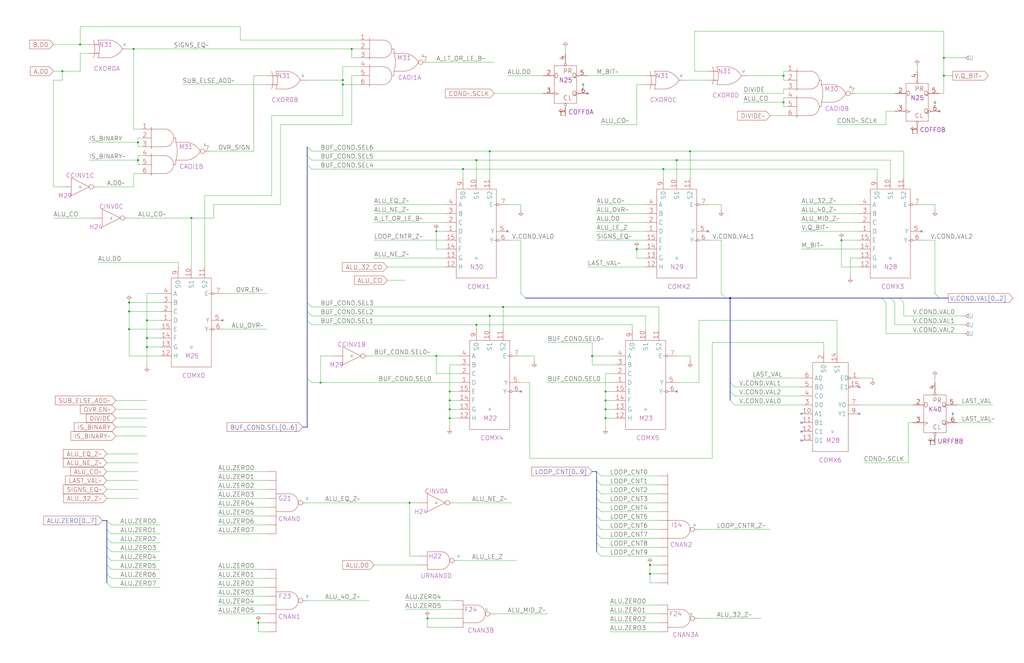
<source format=kicad_sch>
(kicad_sch (version 20220404) (generator eeschema)
  (paper "User" 584.2 378.46)
  (title_block (title "CONDITION LOGIC") (date "22-MAR-90") (rev "1.0") (comment 1 "VALUE") (comment 2 "232-003063") (comment 3 "S400") (comment 4 "RELEASED"))
  (junction (at 243.84 353.06))
  (junction (at 256.54 228.6))
  (junction (at 363.22 142.24))
  (junction (at 83.82 198.12))
  (junction (at 147.32 355.6))
  (junction (at 73.66 172.72))
  (junction (at 35.56 40.64))
  (junction (at 182.88 218.44))
  (junction (at 73.66 177.8))
  (junction (at 538.48 43.18))
  (junction (at 256.54 233.68))
  (junction (at 78.74 81.28))
  (junction (at 233.68 287.02))
  (junction (at 195.58 45.72))
  (junction (at 393.7 86.36))
  (junction (at 76.2 27.94))
  (junction (at 337.82 203.2))
  (junction (at 271.78 91.44))
  (junction (at 264.16 96.52))
  (junction (at 345.44 228.6))
  (junction (at 78.74 91.44))
  (junction (at 345.44 223.52))
  (junction (at 480.06 137.16))
  (junction (at 109.22 124.46))
  (junction (at 83.82 182.88))
  (junction (at 447.04 58.42))
  (junction (at 256.54 238.76))
  (junction (at 378.46 96.52))
  (junction (at 279.4 86.36))
  (junction (at 370.84 327.66))
  (junction (at 279.4 180.34))
  (junction (at 416.56 170.18))
  (junction (at 83.82 193.04))
  (junction (at 45.72 25.4))
  (junction (at 386.08 91.44))
  (junction (at 370.84 322.58))
  (junction (at 248.92 203.2))
  (junction (at 287.02 175.26))
  (junction (at 256.54 223.52))
  (junction (at 200.66 27.94))
  (junction (at 73.66 187.96))
  (junction (at 271.78 185.42))
  (junction (at 345.44 238.76))
  (junction (at 447.04 43.18))
  (junction (at 538.48 33.02))
  (junction (at 345.44 233.68))
  (junction (at 248.92 132.08))
  (junction (at 195.58 48.26))
  (no_connect (at 525.78 132.08))
  (no_connect (at 335.28 53.34))
  (no_connect (at 297.18 223.52))
  (no_connect (at 386.08 223.52))
  (no_connect (at 490.22 220.98))
  (no_connect (at 457.2 241.3))
  (no_connect (at 490.22 236.22))
  (no_connect (at 457.2 251.46))
  (no_connect (at 289.56 132.08))
  (no_connect (at 457.2 236.22))
  (no_connect (at 457.2 246.38))
  (no_connect (at 127 182.88))
  (no_connect (at 535.94 63.5))
  (no_connect (at 403.86 132.08))
  (bus_entry (at 175.26 93.98) (size 2.54 2.54))
  (bus_entry (at 340.36 309.88) (size 2.54 2.54))
  (bus_entry (at 340.36 314.96) (size 2.54 2.54))
  (bus_entry (at 60.96 302.26) (size 2.54 2.54))
  (bus_entry (at 508 170.18) (size 2.54 2.54))
  (bus_entry (at 175.26 83.82) (size 2.54 2.54))
  (bus_entry (at 175.26 177.8) (size 2.54 2.54))
  (bus_entry (at 340.36 269.24) (size 2.54 2.54))
  (bus_entry (at 60.96 317.5) (size 2.54 2.54))
  (bus_entry (at 340.36 304.8) (size 2.54 2.54))
  (bus_entry (at 416.56 223.52) (size 2.54 2.54))
  (bus_entry (at 340.36 289.56) (size 2.54 2.54))
  (bus_entry (at 175.26 172.72) (size 2.54 2.54))
  (bus_entry (at 340.36 279.4) (size 2.54 2.54))
  (bus_entry (at 60.96 312.42) (size 2.54 2.54))
  (bus_entry (at 416.56 218.44) (size 2.54 2.54))
  (bus_entry (at 175.26 215.9) (size 2.54 2.54))
  (bus_entry (at 502.92 170.18) (size 2.54 2.54))
  (bus_entry (at 513.08 170.18) (size 2.54 2.54))
  (bus_entry (at 340.36 294.64) (size 2.54 2.54))
  (bus_entry (at 175.26 182.88) (size 2.54 2.54))
  (bus_entry (at 60.96 327.66) (size 2.54 2.54))
  (bus_entry (at 175.26 88.9) (size 2.54 2.54))
  (bus_entry (at 416.56 228.6) (size 2.54 2.54))
  (bus_entry (at 297.18 167.64) (size 2.54 2.54))
  (bus_entry (at 60.96 322.58) (size 2.54 2.54))
  (bus_entry (at 60.96 332.74) (size 2.54 2.54))
  (bus_entry (at 411.48 167.64) (size 2.54 2.54))
  (bus_entry (at 340.36 284.48) (size 2.54 2.54))
  (bus_entry (at 60.96 307.34) (size 2.54 2.54))
  (bus_entry (at 340.36 299.72) (size 2.54 2.54))
  (bus_entry (at 340.36 274.32) (size 2.54 2.54))
  (bus_entry (at 60.96 297.18) (size 2.54 2.54))
  (bus_entry (at 533.4 167.64) (size 2.54 2.54))
  (wire (pts (xy 302.26 218.44) (xy 302.26 261.62)))
  (wire (pts (xy 426.72 43.18) (xy 447.04 43.18)))
  (wire (pts (xy 76.2 99.06) (xy 81.28 99.06)))
  (wire (pts (xy 487.68 53.34) (xy 510.54 53.34)))
  (wire (pts (xy 200.66 27.94) (xy 205.74 27.94)))
  (wire (pts (xy 398.78 182.88) (xy 477.52 182.88)))
  (wire (pts (xy 109.22 124.46) (xy 73.66 124.46)))
  (wire (pts (xy 30.48 40.64) (xy 35.56 40.64)))
  (wire (pts (xy 480.06 152.4) (xy 480.06 137.16)))
  (wire (pts (xy 256.54 238.76) (xy 261.62 238.76)))
  (wire (pts (xy 182.88 218.44) (xy 261.62 218.44)))
  (wire (pts (xy 154.94 66.04) (xy 195.58 66.04)))
  (wire (pts (xy 548.64 33.02) (xy 538.48 33.02)))
  (bus (pts (xy 60.96 312.42) (xy 60.96 317.5)))
  (wire (pts (xy 256.54 233.68) (xy 256.54 238.76)))
  (wire (pts (xy 312.42 195.58) (xy 337.82 195.58)))
  (wire (pts (xy 447.04 55.88) (xy 449.58 55.88)))
  (wire (pts (xy 368.3 48.26) (xy 363.22 48.26)))
  (wire (pts (xy 297.18 203.2) (xy 304.8 203.2)))
  (wire (pts (xy 337.82 195.58) (xy 337.82 203.2)))
  (wire (pts (xy 447.04 60.96) (xy 447.04 58.42)))
  (wire (pts (xy 342.9 307.34) (xy 375.92 307.34)))
  (bus (pts (xy 60.96 317.5) (xy 60.96 322.58)))
  (wire (pts (xy 182.88 218.44) (xy 182.88 203.2)))
  (wire (pts (xy 457.2 127) (xy 490.22 127)))
  (wire (pts (xy 345.44 228.6) (xy 345.44 233.68)))
  (wire (pts (xy 340.36 116.84) (xy 368.3 116.84)))
  (wire (pts (xy 271.78 185.42) (xy 360.68 185.42)))
  (wire (pts (xy 406.4 261.62) (xy 406.4 195.58)))
  (wire (pts (xy 91.44 203.2) (xy 73.66 203.2)))
  (wire (pts (xy 533.4 119.38) (xy 533.4 116.84)))
  (wire (pts (xy 63.5 299.72) (xy 91.44 299.72)))
  (wire (pts (xy 213.36 121.92) (xy 254 121.92)))
  (wire (pts (xy 76.2 73.66) (xy 76.2 27.94)))
  (wire (pts (xy 205.74 48.26) (xy 195.58 48.26)))
  (wire (pts (xy 490.22 215.9) (xy 497.84 215.9)))
  (wire (pts (xy 73.66 27.94) (xy 76.2 27.94)))
  (wire (pts (xy 378.46 96.52) (xy 500.38 96.52)))
  (wire (pts (xy 363.22 142.24) (xy 368.3 142.24)))
  (wire (pts (xy 477.52 182.88) (xy 477.52 200.66)))
  (bus (pts (xy 340.36 289.56) (xy 340.36 294.64)))
  (wire (pts (xy 213.36 322.58) (xy 238.76 322.58)))
  (wire (pts (xy 342.9 271.78) (xy 375.92 271.78)))
  (bus (pts (xy 416.56 170.18) (xy 416.56 218.44)))
  (wire (pts (xy 289.56 116.84) (xy 297.18 116.84)))
  (wire (pts (xy 533.4 137.16) (xy 533.4 167.64)))
  (wire (pts (xy 548.64 180.34) (xy 515.62 180.34)))
  (wire (pts (xy 271.78 91.44) (xy 271.78 101.6)))
  (wire (pts (xy 78.74 83.82) (xy 78.74 81.28)))
  (wire (pts (xy 500.38 96.52) (xy 500.38 101.6)))
  (wire (pts (xy 411.48 119.38) (xy 411.48 116.84)))
  (wire (pts (xy 457.2 142.24) (xy 490.22 142.24)))
  (bus (pts (xy 60.96 307.34) (xy 60.96 312.42)))
  (wire (pts (xy 200.66 43.18) (xy 200.66 71.12)))
  (wire (pts (xy 546.1 231.14) (xy 566.42 231.14)))
  (wire (pts (xy 347.98 350.52) (xy 375.92 350.52)))
  (wire (pts (xy 342.9 292.1) (xy 375.92 292.1)))
  (wire (pts (xy 243.84 35.56) (xy 281.94 35.56)))
  (wire (pts (xy 386.08 218.44) (xy 398.78 218.44)))
  (wire (pts (xy 127 167.64) (xy 152.4 167.64)))
  (wire (pts (xy 342.9 317.5) (xy 375.92 317.5)))
  (wire (pts (xy 213.36 116.84) (xy 254 116.84)))
  (wire (pts (xy 177.8 218.44) (xy 182.88 218.44)))
  (bus (pts (xy 60.96 322.58) (xy 60.96 327.66)))
  (wire (pts (xy 457.2 132.08) (xy 490.22 132.08)))
  (wire (pts (xy 81.28 83.82) (xy 78.74 83.82)))
  (wire (pts (xy 144.78 43.18) (xy 152.4 43.18)))
  (wire (pts (xy 386.08 91.44) (xy 508 91.44)))
  (wire (pts (xy 256.54 233.68) (xy 261.62 233.68)))
  (wire (pts (xy 177.8 175.26) (xy 287.02 175.26)))
  (wire (pts (xy 342.9 276.86) (xy 375.92 276.86)))
  (wire (pts (xy 492.76 264.16) (xy 518.16 264.16)))
  (wire (pts (xy 281.94 350.52) (xy 312.42 350.52)))
  (wire (pts (xy 485.14 157.48) (xy 485.14 147.32)))
  (wire (pts (xy 73.66 177.8) (xy 91.44 177.8)))
  (wire (pts (xy 340.36 127) (xy 368.3 127)))
  (wire (pts (xy 342.9 281.94) (xy 375.92 281.94)))
  (wire (pts (xy 469.9 195.58) (xy 469.9 200.66)))
  (wire (pts (xy 406.4 195.58) (xy 469.9 195.58)))
  (wire (pts (xy 447.04 53.34) (xy 447.04 50.8)))
  (wire (pts (xy 264.16 96.52) (xy 264.16 101.6)))
  (wire (pts (xy 124.46 335.28) (xy 152.4 335.28)))
  (wire (pts (xy 368.3 180.34) (xy 368.3 187.96)))
  (wire (pts (xy 175.26 45.72) (xy 195.58 45.72)))
  (wire (pts (xy 195.58 45.72) (xy 195.58 38.1)))
  (wire (pts (xy 220.98 160.02) (xy 231.14 160.02)))
  (wire (pts (xy 345.44 228.6) (xy 350.52 228.6)))
  (wire (pts (xy 231.14 347.98) (xy 259.08 347.98)))
  (bus (pts (xy 340.36 309.88) (xy 340.36 314.96)))
  (wire (pts (xy 182.88 203.2) (xy 190.5 203.2)))
  (wire (pts (xy 449.58 60.96) (xy 447.04 60.96)))
  (wire (pts (xy 297.18 218.44) (xy 302.26 218.44)))
  (wire (pts (xy 73.66 203.2) (xy 73.66 187.96)))
  (wire (pts (xy 342.9 302.26) (xy 375.92 302.26)))
  (wire (pts (xy 233.68 317.5) (xy 233.68 287.02)))
  (wire (pts (xy 342.9 287.02) (xy 375.92 287.02)))
  (wire (pts (xy 345.44 233.68) (xy 350.52 233.68)))
  (wire (pts (xy 83.82 198.12) (xy 83.82 208.28)))
  (wire (pts (xy 533.4 215.9) (xy 533.4 218.44)))
  (wire (pts (xy 63.5 309.88) (xy 91.44 309.88)))
  (wire (pts (xy 195.58 38.1) (xy 205.74 38.1)))
  (wire (pts (xy 213.36 147.32) (xy 254 147.32)))
  (wire (pts (xy 124.46 274.32) (xy 152.4 274.32)))
  (wire (pts (xy 375.92 332.74) (xy 370.84 332.74)))
  (wire (pts (xy 177.8 180.34) (xy 279.4 180.34)))
  (bus (pts (xy 340.36 299.72) (xy 340.36 304.8)))
  (wire (pts (xy 119.38 86.36) (xy 144.78 86.36)))
  (wire (pts (xy 386.08 203.2) (xy 393.7 203.2)))
  (wire (pts (xy 398.78 353.06) (xy 434.34 353.06)))
  (wire (pts (xy 83.82 182.88) (xy 83.82 193.04)))
  (wire (pts (xy 439.42 66.04) (xy 449.58 66.04)))
  (wire (pts (xy 63.5 304.8) (xy 91.44 304.8)))
  (wire (pts (xy 60.96 259.08) (xy 78.74 259.08)))
  (wire (pts (xy 175.26 342.9) (xy 210.82 342.9)))
  (wire (pts (xy 104.14 48.26) (xy 152.4 48.26)))
  (wire (pts (xy 35.56 40.64) (xy 35.56 45.72)))
  (wire (pts (xy 345.44 233.68) (xy 345.44 238.76)))
  (bus (pts (xy 416.56 170.18) (xy 502.92 170.18)))
  (wire (pts (xy 248.92 132.08) (xy 254 132.08)))
  (wire (pts (xy 175.26 287.02) (xy 233.68 287.02)))
  (bus (pts (xy 340.36 304.8) (xy 340.36 309.88)))
  (wire (pts (xy 261.62 208.28) (xy 256.54 208.28)))
  (wire (pts (xy 124.46 350.52) (xy 152.4 350.52)))
  (wire (pts (xy 116.84 152.4) (xy 116.84 111.76)))
  (wire (pts (xy 137.16 22.86) (xy 137.16 15.24)))
  (bus (pts (xy 340.36 274.32) (xy 340.36 279.4)))
  (wire (pts (xy 393.7 86.36) (xy 515.62 86.36)))
  (wire (pts (xy 144.78 86.36) (xy 144.78 43.18)))
  (wire (pts (xy 210.82 203.2) (xy 248.92 203.2)))
  (wire (pts (xy 403.86 116.84) (xy 411.48 116.84)))
  (wire (pts (xy 515.62 172.72) (xy 515.62 180.34)))
  (wire (pts (xy 419.1 226.06) (xy 457.2 226.06)))
  (wire (pts (xy 30.48 25.4) (xy 45.72 25.4)))
  (bus (pts (xy 175.26 88.9) (xy 175.26 93.98)))
  (bus (pts (xy 502.92 170.18) (xy 508 170.18)))
  (wire (pts (xy 66.04 248.92) (xy 83.82 248.92)))
  (wire (pts (xy 66.04 233.68) (xy 83.82 233.68)))
  (wire (pts (xy 530.86 254) (xy 533.4 254)))
  (wire (pts (xy 45.72 15.24) (xy 45.72 25.4)))
  (wire (pts (xy 177.8 96.52) (xy 264.16 96.52)))
  (wire (pts (xy 248.92 203.2) (xy 261.62 203.2)))
  (wire (pts (xy 345.44 238.76) (xy 345.44 243.84)))
  (wire (pts (xy 370.84 327.66) (xy 375.92 327.66)))
  (wire (pts (xy 205.74 43.18) (xy 200.66 43.18)))
  (wire (pts (xy 160.02 71.12) (xy 160.02 116.84)))
  (wire (pts (xy 477.52 71.12) (xy 505.46 71.12)))
  (wire (pts (xy 429.26 215.9) (xy 457.2 215.9)))
  (wire (pts (xy 137.16 15.24) (xy 45.72 15.24)))
  (wire (pts (xy 73.66 172.72) (xy 91.44 172.72)))
  (wire (pts (xy 83.82 167.64) (xy 83.82 182.88)))
  (wire (pts (xy 147.32 360.68) (xy 147.32 355.6)))
  (wire (pts (xy 200.66 27.94) (xy 200.66 33.02)))
  (wire (pts (xy 76.2 27.94) (xy 200.66 27.94)))
  (wire (pts (xy 124.46 294.64) (xy 152.4 294.64)))
  (wire (pts (xy 340.36 137.16) (xy 368.3 137.16)))
  (wire (pts (xy 505.46 63.5) (xy 510.54 63.5)))
  (wire (pts (xy 256.54 228.6) (xy 256.54 233.68)))
  (wire (pts (xy 398.78 302.26) (xy 439.42 302.26)))
  (wire (pts (xy 83.82 182.88) (xy 91.44 182.88)))
  (wire (pts (xy 261.62 213.36) (xy 248.92 213.36)))
  (wire (pts (xy 363.22 71.12) (xy 342.9 71.12)))
  (wire (pts (xy 287.02 175.26) (xy 375.92 175.26)))
  (wire (pts (xy 78.74 78.74) (xy 81.28 78.74)))
  (wire (pts (xy 63.5 325.12) (xy 91.44 325.12)))
  (wire (pts (xy 281.94 53.34) (xy 309.88 53.34)))
  (wire (pts (xy 375.92 175.26) (xy 375.92 187.96)))
  (wire (pts (xy 124.46 289.56) (xy 152.4 289.56)))
  (wire (pts (xy 510.54 185.42) (xy 510.54 172.72)))
  (wire (pts (xy 124.46 345.44) (xy 152.4 345.44)))
  (wire (pts (xy 233.68 287.02) (xy 238.76 287.02)))
  (wire (pts (xy 271.78 91.44) (xy 386.08 91.44)))
  (wire (pts (xy 205.74 22.86) (xy 137.16 22.86)))
  (wire (pts (xy 243.84 358.14) (xy 243.84 353.06)))
  (wire (pts (xy 78.74 91.44) (xy 78.74 88.9)))
  (wire (pts (xy 213.36 137.16) (xy 254 137.16)))
  (wire (pts (xy 447.04 58.42) (xy 447.04 55.88)))
  (wire (pts (xy 76.2 106.68) (xy 76.2 99.06)))
  (wire (pts (xy 60.96 284.48) (xy 78.74 284.48)))
  (wire (pts (xy 30.48 106.68) (xy 30.48 45.72)))
  (wire (pts (xy 345.44 238.76) (xy 350.52 238.76)))
  (wire (pts (xy 538.48 33.02) (xy 538.48 43.18)))
  (wire (pts (xy 370.84 327.66) (xy 370.84 322.58)))
  (wire (pts (xy 508 91.44) (xy 508 101.6)))
  (wire (pts (xy 289.56 137.16) (xy 297.18 137.16)))
  (wire (pts (xy 548.64 190.5) (xy 505.46 190.5)))
  (wire (pts (xy 279.4 180.34) (xy 368.3 180.34)))
  (wire (pts (xy 391.16 45.72) (xy 403.86 45.72)))
  (wire (pts (xy 45.72 40.64) (xy 45.72 30.48)))
  (wire (pts (xy 78.74 81.28) (xy 78.74 78.74)))
  (wire (pts (xy 287.02 175.26) (xy 287.02 187.96)))
  (wire (pts (xy 370.84 322.58) (xy 375.92 322.58)))
  (wire (pts (xy 83.82 193.04) (xy 91.44 193.04)))
  (wire (pts (xy 480.06 137.16) (xy 490.22 137.16)))
  (bus (pts (xy 508 170.18) (xy 513.08 170.18)))
  (wire (pts (xy 261.62 320.04) (xy 294.64 320.04)))
  (wire (pts (xy 279.4 180.34) (xy 279.4 187.96)))
  (bus (pts (xy 172.72 243.84) (xy 175.26 243.84)))
  (wire (pts (xy 50.8 91.44) (xy 78.74 91.44)))
  (bus (pts (xy 535.94 170.18) (xy 541.02 170.18)))
  (wire (pts (xy 337.82 203.2) (xy 350.52 203.2)))
  (wire (pts (xy 393.7 205.74) (xy 393.7 203.2)))
  (bus (pts (xy 513.08 170.18) (xy 535.94 170.18)))
  (wire (pts (xy 83.82 198.12) (xy 91.44 198.12)))
  (wire (pts (xy 320.04 66.04) (xy 322.58 66.04)))
  (wire (pts (xy 213.36 127) (xy 254 127)))
  (wire (pts (xy 340.36 121.92) (xy 368.3 121.92)))
  (bus (pts (xy 416.56 223.52) (xy 416.56 228.6)))
  (bus (pts (xy 60.96 297.18) (xy 60.96 302.26)))
  (wire (pts (xy 370.84 332.74) (xy 370.84 327.66)))
  (wire (pts (xy 200.66 71.12) (xy 160.02 71.12)))
  (wire (pts (xy 342.9 312.42) (xy 375.92 312.42)))
  (wire (pts (xy 124.46 325.12) (xy 152.4 325.12)))
  (wire (pts (xy 396.24 17.78) (xy 538.48 17.78)))
  (wire (pts (xy 360.68 185.42) (xy 360.68 187.96)))
  (bus (pts (xy 175.26 215.9) (xy 175.26 243.84)))
  (wire (pts (xy 518.16 264.16) (xy 518.16 241.3)))
  (wire (pts (xy 147.32 355.6) (xy 152.4 355.6)))
  (wire (pts (xy 347.98 345.44) (xy 375.92 345.44)))
  (wire (pts (xy 363.22 48.26) (xy 363.22 71.12)))
  (wire (pts (xy 386.08 91.44) (xy 386.08 101.6)))
  (wire (pts (xy 55.88 106.68) (xy 76.2 106.68)))
  (bus (pts (xy 299.72 170.18) (xy 414.02 170.18)))
  (wire (pts (xy 243.84 353.06) (xy 259.08 353.06)))
  (wire (pts (xy 350.52 213.36) (xy 345.44 213.36)))
  (wire (pts (xy 345.44 223.52) (xy 345.44 228.6)))
  (wire (pts (xy 322.58 27.94) (xy 322.58 30.48)))
  (wire (pts (xy 91.44 167.64) (xy 83.82 167.64)))
  (wire (pts (xy 538.48 43.18) (xy 543.56 43.18)))
  (wire (pts (xy 124.46 279.4) (xy 152.4 279.4)))
  (wire (pts (xy 302.26 261.62) (xy 406.4 261.62)))
  (wire (pts (xy 73.66 187.96) (xy 91.44 187.96)))
  (wire (pts (xy 520.7 76.2) (xy 523.24 76.2)))
  (wire (pts (xy 505.46 190.5) (xy 505.46 172.72)))
  (wire (pts (xy 124.46 340.36) (xy 152.4 340.36)))
  (wire (pts (xy 78.74 88.9) (xy 81.28 88.9)))
  (wire (pts (xy 297.18 119.38) (xy 297.18 116.84)))
  (wire (pts (xy 60.96 269.24) (xy 78.74 269.24)))
  (wire (pts (xy 121.92 116.84) (xy 121.92 124.46)))
  (wire (pts (xy 45.72 30.48) (xy 50.8 30.48)))
  (wire (pts (xy 485.14 147.32) (xy 490.22 147.32)))
  (wire (pts (xy 254 142.24) (xy 248.92 142.24)))
  (wire (pts (xy 109.22 124.46) (xy 109.22 152.4)))
  (bus (pts (xy 340.36 279.4) (xy 340.36 284.48)))
  (wire (pts (xy 45.72 25.4) (xy 50.8 25.4)))
  (bus (pts (xy 175.26 83.82) (xy 175.26 88.9)))
  (bus (pts (xy 60.96 302.26) (xy 60.96 307.34)))
  (wire (pts (xy 66.04 228.6) (xy 83.82 228.6)))
  (wire (pts (xy 83.82 193.04) (xy 83.82 198.12)))
  (bus (pts (xy 340.36 284.48) (xy 340.36 289.56)))
  (wire (pts (xy 50.8 81.28) (xy 78.74 81.28)))
  (wire (pts (xy 535.94 53.34) (xy 538.48 53.34)))
  (wire (pts (xy 411.48 137.16) (xy 411.48 167.64)))
  (wire (pts (xy 490.22 231.14) (xy 520.7 231.14)))
  (bus (pts (xy 175.26 93.98) (xy 175.26 172.72)))
  (bus (pts (xy 58.42 297.18) (xy 60.96 297.18)))
  (bus (pts (xy 175.26 172.72) (xy 175.26 177.8)))
  (wire (pts (xy 60.96 279.4) (xy 78.74 279.4)))
  (wire (pts (xy 256.54 228.6) (xy 261.62 228.6)))
  (wire (pts (xy 256.54 238.76) (xy 256.54 243.84)))
  (wire (pts (xy 160.02 116.84) (xy 121.92 116.84)))
  (wire (pts (xy 548.64 185.42) (xy 510.54 185.42)))
  (wire (pts (xy 447.04 43.18) (xy 447.04 40.64)))
  (bus (pts (xy 340.36 269.24) (xy 340.36 274.32)))
  (wire (pts (xy 335.28 43.18) (xy 368.3 43.18)))
  (bus (pts (xy 337.82 269.24) (xy 340.36 269.24)))
  (wire (pts (xy 447.04 45.72) (xy 447.04 43.18)))
  (wire (pts (xy 378.46 96.52) (xy 378.46 101.6)))
  (wire (pts (xy 347.98 360.68) (xy 375.92 360.68)))
  (wire (pts (xy 63.5 330.2) (xy 91.44 330.2)))
  (wire (pts (xy 30.48 124.46) (xy 53.34 124.46)))
  (wire (pts (xy 259.08 287.02) (xy 292.1 287.02)))
  (wire (pts (xy 398.78 218.44) (xy 398.78 182.88)))
  (bus (pts (xy 416.56 218.44) (xy 416.56 223.52)))
  (wire (pts (xy 177.8 86.36) (xy 279.4 86.36)))
  (wire (pts (xy 101.6 149.86) (xy 101.6 152.4)))
  (wire (pts (xy 342.9 297.18) (xy 375.92 297.18)))
  (wire (pts (xy 271.78 185.42) (xy 271.78 187.96)))
  (wire (pts (xy 231.14 342.9) (xy 259.08 342.9)))
  (wire (pts (xy 124.46 269.24) (xy 152.4 269.24)))
  (bus (pts (xy 175.26 182.88) (xy 175.26 215.9)))
  (wire (pts (xy 259.08 358.14) (xy 243.84 358.14)))
  (bus (pts (xy 414.02 170.18) (xy 416.56 170.18)))
  (wire (pts (xy 457.2 121.92) (xy 490.22 121.92)))
  (wire (pts (xy 55.88 149.86) (xy 101.6 149.86)))
  (wire (pts (xy 447.04 40.64) (xy 449.58 40.64)))
  (wire (pts (xy 121.92 124.46) (xy 109.22 124.46)))
  (wire (pts (xy 525.78 116.84) (xy 533.4 116.84)))
  (bus (pts (xy 175.26 177.8) (xy 175.26 182.88)))
  (wire (pts (xy 81.28 73.66) (xy 76.2 73.66)))
  (wire (pts (xy 248.92 142.24) (xy 248.92 132.08)))
  (wire (pts (xy 419.1 220.98) (xy 457.2 220.98)))
  (wire (pts (xy 403.86 137.16) (xy 411.48 137.16)))
  (wire (pts (xy 419.1 231.14) (xy 457.2 231.14)))
  (wire (pts (xy 256.54 208.28) (xy 256.54 223.52)))
  (wire (pts (xy 403.86 40.64) (xy 396.24 40.64)))
  (wire (pts (xy 66.04 238.76) (xy 83.82 238.76)))
  (wire (pts (xy 457.2 116.84) (xy 490.22 116.84)))
  (wire (pts (xy 289.56 43.18) (xy 309.88 43.18)))
  (wire (pts (xy 368.3 147.32) (xy 363.22 147.32)))
  (wire (pts (xy 347.98 355.6) (xy 375.92 355.6)))
  (wire (pts (xy 195.58 45.72) (xy 195.58 48.26)))
  (wire (pts (xy 523.24 38.1) (xy 523.24 40.64)))
  (wire (pts (xy 538.48 17.78) (xy 538.48 33.02)))
  (wire (pts (xy 335.28 152.4) (xy 368.3 152.4)))
  (wire (pts (xy 312.42 218.44) (xy 350.52 218.44)))
  (wire (pts (xy 220.98 152.4) (xy 254 152.4)))
  (wire (pts (xy 505.46 71.12) (xy 505.46 63.5)))
  (wire (pts (xy 337.82 208.28) (xy 350.52 208.28)))
  (wire (pts (xy 195.58 48.26) (xy 195.58 66.04)))
  (wire (pts (xy 73.66 187.96) (xy 73.66 177.8)))
  (wire (pts (xy 66.04 243.84) (xy 83.82 243.84)))
  (bus (pts (xy 60.96 327.66) (xy 60.96 332.74)))
  (wire (pts (xy 60.96 264.16) (xy 78.74 264.16)))
  (wire (pts (xy 279.4 86.36) (xy 279.4 101.6)))
  (wire (pts (xy 337.82 203.2) (xy 337.82 208.28)))
  (wire (pts (xy 177.8 91.44) (xy 271.78 91.44)))
  (wire (pts (xy 297.18 137.16) (xy 297.18 167.64)))
  (wire (pts (xy 538.48 53.34) (xy 538.48 43.18)))
  (wire (pts (xy 200.66 33.02) (xy 205.74 33.02)))
  (wire (pts (xy 78.74 93.98) (xy 78.74 91.44)))
  (wire (pts (xy 124.46 284.48) (xy 152.4 284.48)))
  (wire (pts (xy 396.24 40.64) (xy 396.24 17.78)))
  (wire (pts (xy 177.8 185.42) (xy 271.78 185.42)))
  (wire (pts (xy 124.46 299.72) (xy 152.4 299.72)))
  (wire (pts (xy 525.78 137.16) (xy 533.4 137.16)))
  (wire (pts (xy 63.5 314.96) (xy 91.44 314.96)))
  (wire (pts (xy 124.46 330.2) (xy 152.4 330.2)))
  (wire (pts (xy 63.5 335.28) (xy 91.44 335.28)))
  (wire (pts (xy 73.66 177.8) (xy 73.66 172.72)))
  (wire (pts (xy 30.48 45.72) (xy 35.56 45.72)))
  (wire (pts (xy 152.4 360.68) (xy 147.32 360.68)))
  (wire (pts (xy 424.18 53.34) (xy 447.04 53.34)))
  (wire (pts (xy 35.56 106.68) (xy 30.48 106.68)))
  (wire (pts (xy 518.16 241.3) (xy 520.7 241.3)))
  (wire (pts (xy 515.62 86.36) (xy 515.62 101.6)))
  (wire (pts (xy 279.4 86.36) (xy 393.7 86.36)))
  (wire (pts (xy 81.28 93.98) (xy 78.74 93.98)))
  (wire (pts (xy 490.22 152.4) (xy 480.06 152.4)))
  (wire (pts (xy 116.84 111.76) (xy 154.94 111.76)))
  (wire (pts (xy 238.76 317.5) (xy 233.68 317.5)))
  (wire (pts (xy 546.1 241.3) (xy 566.42 241.3)))
  (wire (pts (xy 127 187.96) (xy 152.4 187.96)))
  (wire (pts (xy 304.8 205.74) (xy 304.8 203.2)))
  (wire (pts (xy 424.18 58.42) (xy 447.04 58.42)))
  (wire (pts (xy 363.22 147.32) (xy 363.22 142.24)))
  (wire (pts (xy 248.92 213.36) (xy 248.92 203.2)))
  (wire (pts (xy 35.56 40.64) (xy 45.72 40.64)))
  (wire (pts (xy 345.44 213.36) (xy 345.44 223.52)))
  (wire (pts (xy 261.62 223.52) (xy 256.54 223.52)))
  (wire (pts (xy 124.46 304.8) (xy 152.4 304.8)))
  (wire (pts (xy 256.54 223.52) (xy 256.54 228.6)))
  (wire (pts (xy 264.16 96.52) (xy 378.46 96.52)))
  (wire (pts (xy 60.96 274.32) (xy 78.74 274.32)))
  (wire (pts (xy 393.7 86.36) (xy 393.7 101.6)))
  (bus (pts (xy 340.36 294.64) (xy 340.36 299.72)))
  (wire (pts (xy 63.5 320.04) (xy 91.44 320.04)))
  (wire (pts (xy 340.36 132.08) (xy 368.3 132.08)))
  (wire (pts (xy 154.94 111.76) (xy 154.94 66.04)))
  (wire (pts (xy 345.44 223.52) (xy 350.52 223.52)))
  (wire (pts (xy 447.04 50.8) (xy 449.58 50.8)))
  (wire (pts (xy 449.58 45.72) (xy 447.04 45.72)))
  (label "M_BIT~" (at 340.36 43.18 0) (effects (font (size 2.54 2.54))))
  (label "ALU.ZERO0" (at 124.46 269.24 0) (effects (font (size 2.54 2.54))))
  (label "V.COND.VAL0" (at 421.64 231.14 0) (effects (font (size 2.54 2.54))))
  (label "ALU_LE_Z" (at 340.36 132.08 0) (effects (font (size 2.54 2.54))))
  (label "IS_BINARY" (at 50.8 81.28 0) (effects (font (size 2.54 2.54))))
  (label "ALU_OVR~" (at 132.08 187.96 0) (effects (font (size 2.54 2.54))))
  (label "V.COND.VAL2" (at 520.7 190.5 0) (effects (font (size 2.54 2.54))))
  (label "BUF_COND.SEL1" (at 182.88 185.42 0) (effects (font (size 2.54 2.54))))
  (label "ALU.ZERO1" (at 124.46 330.2 0) (effects (font (size 2.54 2.54))))
  (label "ALU.ZERO3" (at 124.46 340.36 0) (effects (font (size 2.54 2.54))))
  (label "ALU_CO~" (at 340.36 116.84 0) (effects (font (size 2.54 2.54))))
  (label "ALU_CO" (at 424.18 58.42 0) (effects (font (size 2.54 2.54))))
  (label "LOOP_CNT8" (at 347.98 312.42 0) (effects (font (size 2.54 2.54))))
  (label "BUF_COND.SEL0~" (at 213.36 203.2 0) (effects (font (size 2.54 2.54))))
  (label "LAST_VAL" (at 429.26 215.9 0) (effects (font (size 2.54 2.54))))
  (label "A_LT_OR_LE_B~" (at 213.36 127 0) (effects (font (size 2.54 2.54))))
  (label "IS_BINARY~" (at 50.8 91.44 0) (effects (font (size 2.54 2.54))))
  (label "SIGNS_EQ~" (at 99.06 27.94 0) (effects (font (size 2.54 2.54))))
  (label "ALU.ZERO0" (at 124.46 325.12 0) (effects (font (size 2.54 2.54))))
  (label "ALU.ZERO7" (at 68.58 335.28 0) (effects (font (size 2.54 2.54))))
  (label "BUF_COND.SEL6" (at 182.88 86.36 0) (effects (font (size 2.54 2.54))))
  (label "ALU.ZERO5" (at 124.46 294.64 0) (effects (font (size 2.54 2.54))))
  (label "ALU.ZERO5" (at 68.58 325.12 0) (effects (font (size 2.54 2.54))))
  (label "OVR.EN~" (at 134.62 167.64 0) (effects (font (size 2.54 2.54))))
  (label "ALU.D0" (at 340.36 127 0) (effects (font (size 2.54 2.54))))
  (label "LAST_VAL~" (at 335.28 152.4 0) (effects (font (size 2.54 2.54))))
  (label "V.COND.VAL1" (at 406.4 137.16 0) (effects (font (size 2.54 2.54))))
  (label "V.COND.VAL2" (at 530.86 137.16 0) (effects (font (size 2.54 2.54))))
  (label "LOOP_CNT6" (at 347.98 302.26 0) (effects (font (size 2.54 2.54))))
  (label "ALU.ZERO2" (at 347.98 355.6 0) (effects (font (size 2.54 2.54))))
  (label "ALU_NE_Z~" (at 269.24 287.02 0) (effects (font (size 2.54 2.54))))
  (label "ALU.ZERO2" (at 68.58 309.88 0) (effects (font (size 2.54 2.54))))
  (label "LAST_VAL" (at 548.64 231.14 0) (effects (font (size 2.54 2.54))))
  (label "ALU.ZERO0" (at 347.98 345.44 0) (effects (font (size 2.54 2.54))))
  (label "LOOP_CNTR_Z~" (at 408.94 302.26 0) (effects (font (size 2.54 2.54))))
  (label "V.COND.VAL1" (at 520.7 185.42 0) (effects (font (size 2.54 2.54))))
  (label "ALU.ZERO3" (at 68.58 314.96 0) (effects (font (size 2.54 2.54))))
  (label "ALU_40_Z~" (at 457.2 121.92 0) (effects (font (size 2.54 2.54))))
  (label "DIVIDE" (at 424.18 53.34 0) (effects (font (size 2.54 2.54))))
  (label "M_BIT~" (at 457.2 142.24 0) (effects (font (size 2.54 2.54))))
  (label "ALU.ZERO1" (at 68.58 304.8 0) (effects (font (size 2.54 2.54))))
  (label "ALU_CO~" (at 78.74 124.46 0) (effects (font (size 2.54 2.54))))
  (label "LOOP_CNTR_Z~" (at 213.36 137.16 0) (effects (font (size 2.54 2.54))))
  (label "LOOP_CNT5" (at 347.98 297.18 0) (effects (font (size 2.54 2.54))))
  (label "ALU.D0" (at 55.88 149.86 0) (effects (font (size 2.54 2.54))))
  (label "BUF_COND.SEL0" (at 215.9 218.44 0) (effects (font (size 2.54 2.54))))
  (label "ALU.ZERO5" (at 231.14 347.98 0) (effects (font (size 2.54 2.54))))
  (label "BUF_COND.SEL0~" (at 312.42 195.58 0) (effects (font (size 2.54 2.54))))
  (label "LOOP_CNT2" (at 347.98 281.94 0) (effects (font (size 2.54 2.54))))
  (label "SUB_ELSE_ADD~" (at 104.14 48.26 0) (effects (font (size 2.54 2.54))))
  (label "ALU_40_Z~" (at 185.42 342.9 0) (effects (font (size 2.54 2.54))))
  (label "ALU.ZERO6" (at 68.58 330.2 0) (effects (font (size 2.54 2.54))))
  (label "LOOP_CNT9" (at 347.98 317.5 0) (effects (font (size 2.54 2.54))))
  (label "BUF_COND.SEL4" (at 182.88 96.52 0) (effects (font (size 2.54 2.54))))
  (label "LOOP_CNT3" (at 347.98 287.02 0) (effects (font (size 2.54 2.54))))
  (label "LOOP_CNT1" (at 347.98 276.86 0) (effects (font (size 2.54 2.54))))
  (label "ALU_LE_Z" (at 269.24 320.04 0) (effects (font (size 2.54 2.54))))
  (label "BUF_COND.SEL0" (at 312.42 218.44 0) (effects (font (size 2.54 2.54))))
  (label "V.Q_BIT~" (at 457.2 132.08 0) (effects (font (size 2.54 2.54))))
  (label "V.COND.VAL0" (at 520.7 180.34 0) (effects (font (size 2.54 2.54))))
  (label "V.COND.VAL0" (at 292.1 137.16 0) (effects (font (size 2.54 2.54))))
  (label "ALU.ZERO4" (at 68.58 320.04 0) (effects (font (size 2.54 2.54))))
  (label "ALU.ZERO1" (at 347.98 350.52 0) (effects (font (size 2.54 2.54))))
  (label "ALU.ZERO4" (at 124.46 345.44 0) (effects (font (size 2.54 2.54))))
  (label "BUF_COND.SEL3" (at 182.88 175.26 0) (effects (font (size 2.54 2.54))))
  (label "ALU.ZERO3" (at 124.46 284.48 0) (effects (font (size 2.54 2.54))))
  (label "ALU_NE_Z~" (at 213.36 147.32 0) (effects (font (size 2.54 2.54))))
  (label "ALU.ZERO4" (at 231.14 342.9 0) (effects (font (size 2.54 2.54))))
  (label "ALU_CO" (at 30.48 124.46 0) (effects (font (size 2.54 2.54))))
  (label "ALU.ZERO1" (at 124.46 274.32 0) (effects (font (size 2.54 2.54))))
  (label "ALU.D0" (at 289.56 43.18 0) (effects (font (size 2.54 2.54))))
  (label "ALU_OVR~" (at 340.36 121.92 0) (effects (font (size 2.54 2.54))))
  (label "BUF_COND.SEL5" (at 182.88 91.44 0) (effects (font (size 2.54 2.54))))
  (label "ALU_MID_Z~" (at 289.56 350.52 0) (effects (font (size 2.54 2.54))))
  (label "ALU_NE_Z~" (at 213.36 121.92 0) (effects (font (size 2.54 2.54))))
  (label "OVR_SIGN" (at 124.46 86.36 0) (effects (font (size 2.54 2.54))))
  (label "ALU_CO~" (at 342.9 71.12 0) (effects (font (size 2.54 2.54))))
  (label "A.D0~" (at 60.96 106.68 0) (effects (font (size 2.54 2.54))))
  (label "ALU.ZERO6" (at 124.46 299.72 0) (effects (font (size 2.54 2.54))))
  (label "V.COND.VAL1" (at 421.64 220.98 0) (effects (font (size 2.54 2.54))))
  (label "V.COND.VAL2" (at 421.64 226.06 0) (effects (font (size 2.54 2.54))))
  (label "A_LT_OR_LE_B~" (at 248.92 35.56 0) (effects (font (size 2.54 2.54))))
  (label "LOOP_CNT4" (at 347.98 292.1 0) (effects (font (size 2.54 2.54))))
  (label "LOOP_CNT7" (at 347.98 307.34 0) (effects (font (size 2.54 2.54))))
  (label "ALU.ZERO0" (at 68.58 299.72 0) (effects (font (size 2.54 2.54))))
  (label "ALU.ZERO2" (at 124.46 335.28 0) (effects (font (size 2.54 2.54))))
  (label "ALU_EQ_Z~" (at 213.36 116.84 0) (effects (font (size 2.54 2.54))))
  (label "LAST_VAL~" (at 548.64 241.3 0) (effects (font (size 2.54 2.54))))
  (label "BUF_COND.SEL2" (at 182.88 180.34 0) (effects (font (size 2.54 2.54))))
  (label "LOOP_CNT0" (at 347.98 271.78 0) (effects (font (size 2.54 2.54))))
  (label "ALU_32_Z~" (at 457.2 116.84 0) (effects (font (size 2.54 2.54))))
  (label "COND~.SCLK" (at 477.52 71.12 0) (effects (font (size 2.54 2.54))))
  (label "ALU.ZERO5" (at 124.46 350.52 0) (effects (font (size 2.54 2.54))))
  (label "ALU_32_Z~" (at 408.94 353.06 0) (effects (font (size 2.54 2.54))))
  (label "ALU_EQ_Z~" (at 185.42 287.02 0) (effects (font (size 2.54 2.54))))
  (label "SIGNS_EQ~" (at 340.36 137.16 0) (effects (font (size 2.54 2.54))))
  (label "ALU.ZERO2" (at 124.46 279.4 0) (effects (font (size 2.54 2.54))))
  (label "ALU.ZERO4" (at 124.46 289.56 0) (effects (font (size 2.54 2.54))))
  (label "ALU_MID_Z~" (at 457.2 127 0) (effects (font (size 2.54 2.54))))
  (label "ALU.ZERO7" (at 124.46 304.8 0) (effects (font (size 2.54 2.54))))
  (label "ALU.ZERO3" (at 347.98 360.68 0) (effects (font (size 2.54 2.54))))
  (label "COND~.SCLK" (at 492.76 264.16 0) (effects (font (size 2.54 2.54))))
  (global_label "ALU_CO~" (shape input) (at 60.96 269.24 180) (effects (font (size 2.54 2.54))) (property "Intersheet References" "${INTERSHEET_REFS}" (at 40.2892 269.0813 0) (effects (font (size 1.905 1.905)) (justify right))))
  (global_label "DIVIDE~" (shape input) (at 439.42 66.04 180) (effects (font (size 2.54 2.54))) (property "Intersheet References" "${INTERSHEET_REFS}" (at 420.8054 65.8813 0) (effects (font (size 1.905 1.905)) (justify right))))
  (global_label "V.Q_BIT~" (shape output) (at 543.56 43.18 0) (effects (font (size 2.54 2.54))) (property "Intersheet References" "${INTERSHEET_REFS}" (at 563.8679 43.0213 0) (effects (font (size 1.905 1.905)) (justify left))))
  (global_label "ALU.ZERO[0..7]" (shape input) (at 58.42 297.18 180) (effects (font (size 2.54 2.54))) (property "Intersheet References" "${INTERSHEET_REFS}" (at 24.9283 297.0213 0) (effects (font (size 1.905 1.905)) (justify right))))
  (global_label "DIVIDE" (shape input) (at 66.04 238.76 180) (effects (font (size 2.54 2.54))) (property "Intersheet References" "${INTERSHEET_REFS}" (at 49.2397 238.6013 0) (effects (font (size 1.905 1.905)) (justify right))))
  (global_label "ALU.D0" (shape input) (at 213.36 322.58 180) (effects (font (size 2.54 2.54))) (property "Intersheet References" "${INTERSHEET_REFS}" (at 195.4711 322.4213 0) (effects (font (size 1.905 1.905)) (justify right))))
  (global_label "LAST_VAL~" (shape input) (at 60.96 274.32 180) (effects (font (size 2.54 2.54))) (property "Intersheet References" "${INTERSHEET_REFS}" (at 37.3864 274.1613 0) (effects (font (size 1.905 1.905)) (justify right))))
  (global_label "ALU_32_Z~" (shape input) (at 60.96 284.48 180) (effects (font (size 2.54 2.54))) (property "Intersheet References" "${INTERSHEET_REFS}" (at 36.2978 284.3213 0) (effects (font (size 1.905 1.905)) (justify right))))
  (global_label "OVR.EN~" (shape input) (at 66.04 233.68 180) (effects (font (size 2.54 2.54))) (property "Intersheet References" "${INTERSHEET_REFS}" (at 45.853 233.5213 0) (effects (font (size 1.905 1.905)) (justify right))))
  (global_label "SIGNS_EQ~" (shape input) (at 60.96 279.4 180) (effects (font (size 2.54 2.54))) (property "Intersheet References" "${INTERSHEET_REFS}" (at 36.1769 279.2413 0) (effects (font (size 1.905 1.905)) (justify right))))
  (global_label "V.COND.VAL[0..2]" (shape output) (at 541.02 170.18 0) (effects (font (size 2.54 2.54))) (property "Intersheet References" "${INTERSHEET_REFS}" (at 577.8984 170.0213 0) (effects (font (size 1.905 1.905)) (justify left))))
  (global_label "ALU_EQ_Z~" (shape input) (at 60.96 259.08 180) (effects (font (size 2.54 2.54))) (property "Intersheet References" "${INTERSHEET_REFS}" (at 36.1769 258.9213 0) (effects (font (size 1.905 1.905)) (justify right))))
  (global_label "BUF_COND.SEL[0..6]" (shape input) (at 172.72 243.84 180) (effects (font (size 2.54 2.54))) (property "Intersheet References" "${INTERSHEET_REFS}" (at 128.8264 243.6813 0) (effects (font (size 1.905 1.905)) (justify right))))
  (global_label "A.D0" (shape input) (at 30.48 40.64 180) (effects (font (size 2.54 2.54))) (property "Intersheet References" "${INTERSHEET_REFS}" (at 17.3083 40.4813 0) (effects (font (size 1.905 1.905)) (justify right))))
  (global_label "IS_BINARY" (shape input) (at 66.04 243.84 180) (effects (font (size 2.54 2.54))) (property "Intersheet References" "${INTERSHEET_REFS}" (at 42.3454 243.6813 0) (effects (font (size 1.905 1.905)) (justify right))))
  (global_label "IS_BINARY~" (shape input) (at 66.04 248.92 180) (effects (font (size 2.54 2.54))) (property "Intersheet References" "${INTERSHEET_REFS}" (at 40.5311 248.7613 0) (effects (font (size 1.905 1.905)) (justify right))))
  (global_label "ALU_32_CO" (shape input) (at 220.98 152.4 180) (effects (font (size 2.54 2.54))) (property "Intersheet References" "${INTERSHEET_REFS}" (at 195.3502 152.2413 0) (effects (font (size 1.905 1.905)) (justify right))))
  (global_label "ALU_NE_Z~" (shape input) (at 60.96 264.16 180) (effects (font (size 2.54 2.54))) (property "Intersheet References" "${INTERSHEET_REFS}" (at 36.1769 264.0013 0) (effects (font (size 1.905 1.905)) (justify right))))
  (global_label "COND~.SCLK" (shape input) (at 281.94 53.34 180) (effects (font (size 2.54 2.54))) (property "Intersheet References" "${INTERSHEET_REFS}" (at 254.133 53.1813 0) (effects (font (size 1.905 1.905)) (justify right))))
  (global_label "B.D0" (shape input) (at 30.48 25.4 180) (effects (font (size 2.54 2.54))) (property "Intersheet References" "${INTERSHEET_REFS}" (at 16.9454 25.2413 0) (effects (font (size 1.905 1.905)) (justify right))))
  (global_label "ALU_CO" (shape input) (at 220.98 160.02 180) (effects (font (size 2.54 2.54))) (property "Intersheet References" "${INTERSHEET_REFS}" (at 202.1235 159.8613 0) (effects (font (size 1.905 1.905)) (justify right))))
  (global_label "SUB_ELSE_ADD~" (shape input) (at 66.04 228.6 180) (effects (font (size 2.54 2.54))) (property "Intersheet References" "${INTERSHEET_REFS}" (at 31.5807 228.4413 0) (effects (font (size 1.905 1.905)) (justify right))))
  (global_label "LOOP_CNT[0..9]" (shape input) (at 337.82 269.24 180) (effects (font (size 2.54 2.54))) (property "Intersheet References" "${INTERSHEET_REFS}" (at 303.3607 269.0813 0) (effects (font (size 1.905 1.905)) (justify right))))
  (symbol (lib_id "r1000:PU") (at 480.06 137.16 0) (unit 1)
    (default_instance (reference "U") (unit 1) (value "") (footprint ""))
    (property "Reference" "U" (effects hide))
  )
  (symbol (lib_id "r1000:F151") (at 106.68 203.2 0) (unit 1)
    (default_instance (reference "U") (unit 1) (value "") (footprint ""))
    (property "Reference" "U" (at 109.22 198.12 0))
    (property "Location" "M25" (at 105.41 203.2 0) (effects (font (size 2.54 2.54)) (justify left)))
    (property "Name" "COMX0" (at 110.49 215.9 0) (effects (font (size 2.54 2.54)) (justify bottom)))
  )
  (symbol (lib_id "r1000:PU") (at 243.84 353.06 0) (unit 1)
    (default_instance (reference "U") (unit 1) (value "") (footprint ""))
    (property "Reference" "U" (effects hide))
  )
  (symbol (lib_id "r1000:PU") (at 363.22 142.24 0) (unit 1)
    (default_instance (reference "U") (unit 1) (value "") (footprint ""))
    (property "Reference" "U" (effects hide))
  )
  (symbol (lib_id "r1000:PD") (at 411.48 119.38 0) (unit 1) (in_bom no)
    (default_instance (reference "U") (unit 1) (value "") (footprint ""))
    (property "Reference" "U" (effects hide))
  )
  (symbol (lib_id "r1000:PD") (at 297.18 119.38 0) (unit 1) (in_bom no)
    (default_instance (reference "U") (unit 1) (value "") (footprint ""))
    (property "Reference" "U" (effects hide))
  )
  (symbol (lib_id "r1000:F86") (at 411.48 43.18 0) (unit 1)
    (default_instance (reference "U") (unit 1) (value "") (footprint ""))
    (property "Reference" "U" (at 424.18 40.64 0))
    (property "Location" "N31" (at 413.385 40.64 0) (effects (font (size 2.54 2.54))))
    (property "Name" "CXOR0D" (at 414.02 55.88 0) (effects (font (size 2.54 2.54)) (justify bottom)))
  )
  (symbol (lib_id "r1000:F04") (at 63.5 124.46 0) (unit 1)
    (default_instance (reference "U") (unit 1) (value "") (footprint ""))
    (property "Reference" "U" (at 63.5 124.46 0))
    (property "Location" "H24" (at 50.8 129.54 0) (effects (font (size 2.54 2.54)) (justify left)))
    (property "Name" "CINV0C" (at 63.5 119.38 0) (effects (font (size 2.54 2.54)) (justify bottom)))
  )
  (symbol (lib_id "r1000:F20") (at 269.24 350.52 0) (unit 1)
    (default_instance (reference "U") (unit 1) (value "") (footprint ""))
    (property "Reference" "U" (at 277.495 347.98 0))
    (property "Location" "F24" (at 268.605 347.98 0) (effects (font (size 2.54 2.54))))
    (property "Name" "CNAN3B" (at 274.32 361.315 0) (effects (font (size 2.54 2.54)) (justify bottom)))
  )
  (symbol (lib_id "r1000:F20") (at 386.08 353.06 0) (unit 1)
    (default_instance (reference "U") (unit 1) (value "") (footprint ""))
    (property "Reference" "U" (at 394.335 350.52 0))
    (property "Location" "F24" (at 385.445 350.52 0) (effects (font (size 2.54 2.54))))
    (property "Name" "CNAN3A" (at 391.16 363.855 0) (effects (font (size 2.54 2.54)) (justify bottom)))
  )
  (symbol (lib_id "r1000:PD") (at 533.4 119.38 0) (unit 1) (in_bom no)
    (default_instance (reference "U") (unit 1) (value "") (footprint ""))
    (property "Reference" "U" (effects hide))
  )
  (symbol (lib_id "r1000:PD") (at 304.8 205.74 0) (unit 1) (in_bom no)
    (default_instance (reference "U") (unit 1) (value "") (footprint ""))
    (property "Reference" "U" (effects hide))
  )
  (symbol (lib_id "r1000:F04") (at 200.66 203.2 0) (unit 1)
    (default_instance (reference "U") (unit 1) (value "") (footprint ""))
    (property "Reference" "U" (at 200.66 203.2 0))
    (property "Location" "M29" (at 187.96 208.28 0) (effects (font (size 2.54 2.54)) (justify left)))
    (property "Name" "CCINV1B" (at 200.66 198.12 0) (effects (font (size 2.54 2.54)) (justify bottom)))
  )
  (symbol (lib_id "r1000:F00") (at 246.38 317.5 0) (unit 1)
    (default_instance (reference "U") (unit 1) (value "") (footprint ""))
    (property "Reference" "U" (at 261.62 317.5 0))
    (property "Location" "H22" (at 248.285 317.5 0) (effects (font (size 2.54 2.54))))
    (property "Name" "URNAN0D" (at 248.92 330.2 0) (effects (font (size 2.54 2.54)) (justify bottom)))
  )
  (symbol (lib_id "r1000:PU") (at 248.92 132.08 0) (unit 1)
    (default_instance (reference "U") (unit 1) (value "") (footprint ""))
    (property "Reference" "U" (effects hide))
  )
  (symbol (lib_id "r1000:F74") (at 530.86 233.68 0) (unit 1)
    (default_instance (reference "U") (unit 1) (value "") (footprint ""))
    (property "Reference" "U" (at 543.56 236.22 0))
    (property "Location" "K40" (at 529.59 233.68 0) (effects (font (size 2.54 2.54)) (justify left)))
    (property "Name" "URFF8B" (at 542.29 253.365 0) (effects (font (size 2.54 2.54)) (justify bottom)))
  )
  (symbol (lib_id "r1000:F30") (at 160.02 287.02 0) (unit 1)
    (default_instance (reference "U") (unit 1) (value "") (footprint ""))
    (property "Reference" "U" (at 175.26 284.48 0))
    (property "Location" "G21" (at 162.56 284.48 0) (effects (font (size 2.54 2.54))))
    (property "Name" "CNAN0" (at 165.1 297.64 0) (effects (font (size 2.54 2.54)) (justify bottom)))
  )
  (symbol (lib_id "r1000:PD") (at 256.54 243.84 0) (unit 1) (in_bom no)
    (default_instance (reference "U") (unit 1) (value "") (footprint ""))
    (property "Reference" "U" (effects hide))
  )
  (symbol (lib_id "r1000:PU") (at 370.84 322.58 0) (unit 1)
    (default_instance (reference "U") (unit 1) (value "") (footprint ""))
    (property "Reference" "U" (effects hide))
  )
  (symbol (lib_id "r1000:F86") (at 160.02 45.72 0) (unit 1)
    (default_instance (reference "U") (unit 1) (value "") (footprint ""))
    (property "Reference" "U" (at 172.72 43.18 0))
    (property "Location" "N31" (at 161.925 43.18 0) (effects (font (size 2.54 2.54))))
    (property "Name" "CXOR0B" (at 162.56 58.42 0) (effects (font (size 2.54 2.54)) (justify bottom)))
  )
  (symbol (lib_id "r1000:PU") (at 530.86 254 0) (unit 1)
    (default_instance (reference "U") (unit 1) (value "") (footprint ""))
    (property "Reference" "U" (effects hide))
  )
  (symbol (lib_id "r1000:GB") (at 548.64 180.34 0) (unit 1)
    (default_instance (reference "U") (unit 1) (value "") (footprint ""))
    (property "Reference" "U" (at 552.45 180.34 0) (effects (font (size 2.54 2.54)) (justify left)))
  )
  (symbol (lib_id "r1000:F151") (at 365.76 238.76 0) (unit 1)
    (default_instance (reference "U") (unit 1) (value "") (footprint ""))
    (property "Reference" "U" (at 368.3 233.68 0))
    (property "Location" "M23" (at 364.49 238.76 0) (effects (font (size 2.54 2.54)) (justify left)))
    (property "Name" "COMX5" (at 369.57 251.46 0) (effects (font (size 2.54 2.54)) (justify bottom)))
  )
  (symbol (lib_id "r1000:GB") (at 548.64 185.42 0) (unit 1)
    (default_instance (reference "U") (unit 1) (value "") (footprint ""))
    (property "Reference" "U" (at 552.45 185.42 0) (effects (font (size 2.54 2.54)) (justify left)))
  )
  (symbol (lib_id "r1000:PU") (at 320.04 66.04 0) (unit 1)
    (default_instance (reference "U") (unit 1) (value "") (footprint ""))
    (property "Reference" "U" (effects hide))
  )
  (symbol (lib_id "r1000:F04") (at 45.72 106.68 0) (unit 1)
    (default_instance (reference "U") (unit 1) (value "") (footprint ""))
    (property "Reference" "U" (at 45.72 106.68 0))
    (property "Location" "M29" (at 33.02 111.76 0) (effects (font (size 2.54 2.54)) (justify left)))
    (property "Name" "CCINV1C" (at 45.72 101.6 0) (effects (font (size 2.54 2.54)) (justify bottom)))
  )
  (symbol (lib_id "r1000:PU") (at 520.7 76.2 0) (unit 1)
    (default_instance (reference "U") (unit 1) (value "") (footprint ""))
    (property "Reference" "U" (effects hide))
  )
  (symbol (lib_id "r1000:F30") (at 160.02 342.9 0) (unit 1)
    (default_instance (reference "U") (unit 1) (value "") (footprint ""))
    (property "Reference" "U" (at 175.26 340.36 0))
    (property "Location" "F23" (at 162.56 340.36 0) (effects (font (size 2.54 2.54))))
    (property "Name" "CNAN1" (at 165.1 353.52 0) (effects (font (size 2.54 2.54)) (justify bottom)))
  )
  (symbol (lib_id "r1000:PU") (at 523.24 38.1 0) (unit 1)
    (default_instance (reference "U") (unit 1) (value "") (footprint ""))
    (property "Reference" "U" (effects hide))
  )
  (symbol (lib_id "r1000:PU") (at 147.32 355.6 0) (unit 1)
    (default_instance (reference "U") (unit 1) (value "") (footprint ""))
    (property "Reference" "U" (effects hide))
  )
  (symbol (lib_id "r1000:F04") (at 248.92 287.02 0) (unit 1)
    (default_instance (reference "U") (unit 1) (value "") (footprint ""))
    (property "Reference" "U" (at 248.92 287.02 0))
    (property "Location" "H24" (at 236.22 292.1 0) (effects (font (size 2.54 2.54)) (justify left)))
    (property "Name" "CINV0A" (at 248.92 281.94 0) (effects (font (size 2.54 2.54)) (justify bottom)))
  )
  (symbol (lib_id "r1000:F153") (at 472.44 251.46 0) (unit 1)
    (default_instance (reference "U") (unit 1) (value "") (footprint ""))
    (property "Reference" "U" (at 474.98 246.38 0))
    (property "Location" "M28" (at 471.17 251.46 0) (effects (font (size 2.54 2.54)) (justify left)))
    (property "Name" "COMX6" (at 473.71 264.16 0) (effects (font (size 2.54 2.54)) (justify bottom)))
  )
  (symbol (lib_id "r1000:F51") (at 104.14 83.82 0) (unit 1)
    (default_instance (reference "U") (unit 1) (value "") (footprint ""))
    (property "Reference" "U" (at 116.84 82.55 0))
    (property "Location" "M31" (at 106.045 83.82 0) (effects (font (size 2.54 2.54))))
    (property "Name" "CAOI1B" (at 109.22 96.52 0) (effects (font (size 2.54 2.54)) (justify bottom)))
  )
  (symbol (lib_id "r1000:GB") (at 548.64 190.5 0) (unit 1)
    (default_instance (reference "U") (unit 1) (value "") (footprint ""))
    (property "Reference" "U" (at 552.45 190.5 0) (effects (font (size 2.54 2.54)) (justify left)))
  )
  (symbol (lib_id "r1000:PD") (at 83.82 208.28 0) (unit 1) (in_bom no)
    (default_instance (reference "U") (unit 1) (value "") (footprint ""))
    (property "Reference" "U" (effects hide))
  )
  (symbol (lib_id "r1000:F86") (at 58.42 27.94 0) (unit 1)
    (default_instance (reference "U") (unit 1) (value "") (footprint ""))
    (property "Reference" "U" (at 71.12 25.4 0))
    (property "Location" "N31" (at 60.325 25.4 0) (effects (font (size 2.54 2.54))))
    (property "Name" "CXOR0A" (at 60.96 40.64 0) (effects (font (size 2.54 2.54)) (justify bottom)))
  )
  (symbol (lib_id "r1000:F51") (at 228.6 33.02 0) (unit 1)
    (default_instance (reference "U") (unit 1) (value "") (footprint ""))
    (property "Reference" "U" (at 241.3 31.75 0))
    (property "Location" "M31" (at 230.505 33.02 0) (effects (font (size 2.54 2.54))))
    (property "Name" "CAOI1A" (at 233.68 45.72 0) (effects (font (size 2.54 2.54)) (justify bottom)))
  )
  (symbol (lib_id "r1000:PD") (at 485.14 157.48 0) (unit 1) (in_bom no)
    (default_instance (reference "U") (unit 1) (value "") (footprint ""))
    (property "Reference" "U" (effects hide))
  )
  (symbol (lib_id "r1000:PU") (at 533.4 215.9 0) (unit 1)
    (default_instance (reference "U") (unit 1) (value "") (footprint ""))
    (property "Reference" "U" (effects hide))
  )
  (symbol (lib_id "r1000:F151") (at 276.86 238.76 0) (unit 1)
    (default_instance (reference "U") (unit 1) (value "") (footprint ""))
    (property "Reference" "U" (at 279.4 233.68 0))
    (property "Location" "M22" (at 275.59 238.76 0) (effects (font (size 2.54 2.54)) (justify left)))
    (property "Name" "COMX4" (at 280.67 251.46 0) (effects (font (size 2.54 2.54)) (justify bottom)))
  )
  (symbol (lib_id "r1000:PU") (at 322.58 27.94 0) (unit 1)
    (default_instance (reference "U") (unit 1) (value "") (footprint ""))
    (property "Reference" "U" (effects hide))
  )
  (symbol (lib_id "r1000:PD") (at 345.44 243.84 0) (unit 1) (in_bom no)
    (default_instance (reference "U") (unit 1) (value "") (footprint ""))
    (property "Reference" "U" (effects hide))
  )
  (symbol (lib_id "r1000:F74") (at 320.04 45.72 0) (unit 1)
    (default_instance (reference "U") (unit 1) (value "") (footprint ""))
    (property "Reference" "U" (at 332.74 48.26 0))
    (property "Location" "N25" (at 318.77 45.72 0) (effects (font (size 2.54 2.54)) (justify left)))
    (property "Name" "COFF0A" (at 331.47 65.405 0) (effects (font (size 2.54 2.54)) (justify bottom)))
  )
  (symbol (lib_id "r1000:PD") (at 497.84 215.9 0) (unit 1) (in_bom no)
    (default_instance (reference "U") (unit 1) (value "") (footprint ""))
    (property "Reference" "U" (effects hide))
  )
  (symbol (lib_id "r1000:PU") (at 73.66 172.72 0) (unit 1)
    (default_instance (reference "U") (unit 1) (value "") (footprint ""))
    (property "Reference" "U" (effects hide))
  )
  (symbol (lib_id "r1000:PD") (at 393.7 205.74 0) (unit 1) (in_bom no)
    (default_instance (reference "U") (unit 1) (value "") (footprint ""))
    (property "Reference" "U" (effects hide))
  )
  (symbol (lib_id "r1000:F151") (at 269.24 152.4 0) (unit 1)
    (default_instance (reference "U") (unit 1) (value "") (footprint ""))
    (property "Reference" "U" (at 271.78 147.32 0))
    (property "Location" "N30" (at 267.97 152.4 0) (effects (font (size 2.54 2.54)) (justify left)))
    (property "Name" "COMX1" (at 273.05 165.1 0) (effects (font (size 2.54 2.54)) (justify bottom)))
  )
  (symbol (lib_id "r1000:F86") (at 375.92 45.72 0) (unit 1)
    (default_instance (reference "U") (unit 1) (value "") (footprint ""))
    (property "Reference" "U" (at 388.62 43.18 0))
    (property "Location" "N31" (at 377.825 43.18 0) (effects (font (size 2.54 2.54))))
    (property "Name" "CXOR0C" (at 378.46 58.42 0) (effects (font (size 2.54 2.54)) (justify bottom)))
  )
  (symbol (lib_id "r1000:GB") (at 548.64 33.02 0) (unit 1)
    (default_instance (reference "U") (unit 1) (value "") (footprint ""))
    (property "Reference" "U" (at 552.45 33.02 0) (effects (font (size 2.54 2.54)) (justify left)))
  )
  (symbol (lib_id "r1000:F151") (at 505.46 152.4 0) (unit 1)
    (default_instance (reference "U") (unit 1) (value "") (footprint ""))
    (property "Reference" "U" (at 508 147.32 0))
    (property "Location" "N28" (at 504.19 152.4 0) (effects (font (size 2.54 2.54)) (justify left)))
    (property "Name" "COMX3" (at 509.27 165.1 0) (effects (font (size 2.54 2.54)) (justify bottom)))
  )
  (symbol (lib_id "r1000:F51") (at 472.44 50.8 0) (unit 1)
    (default_instance (reference "U") (unit 1) (value "") (footprint ""))
    (property "Reference" "U" (at 485.14 49.53 0))
    (property "Location" "M30" (at 474.345 50.8 0) (effects (font (size 2.54 2.54))))
    (property "Name" "CAOI0B" (at 477.52 63.5 0) (effects (font (size 2.54 2.54)) (justify bottom)))
  )
  (symbol (lib_id "r1000:F74") (at 520.7 55.88 0) (unit 1)
    (default_instance (reference "U") (unit 1) (value "") (footprint ""))
    (property "Reference" "U" (at 533.4 58.42 0))
    (property "Location" "N25" (at 519.43 55.88 0) (effects (font (size 2.54 2.54)) (justify left)))
    (property "Name" "COFF0B" (at 532.13 75.565 0) (effects (font (size 2.54 2.54)) (justify bottom)))
  )
  (symbol (lib_id "r1000:F151") (at 383.54 152.4 0) (unit 1)
    (default_instance (reference "U") (unit 1) (value "") (footprint ""))
    (property "Reference" "U" (at 386.08 147.32 0))
    (property "Location" "N29" (at 382.27 152.4 0) (effects (font (size 2.54 2.54)) (justify left)))
    (property "Name" "COMX2" (at 387.35 165.1 0) (effects (font (size 2.54 2.54)) (justify bottom)))
  )
  (symbol (lib_id "r1000:F133") (at 383.54 302.26 0) (unit 1)
    (default_instance (reference "U") (unit 1) (value "") (footprint ""))
    (property "Reference" "U" (at 396.24 299.72 0))
    (property "Location" "I14" (at 386.08 299.72 0) (effects (font (size 2.54 2.54))))
    (property "Name" "CNAN2" (at 388.62 312.42 0) (effects (font (size 2.54 2.54)) (justify bottom)))
  )
)
</source>
